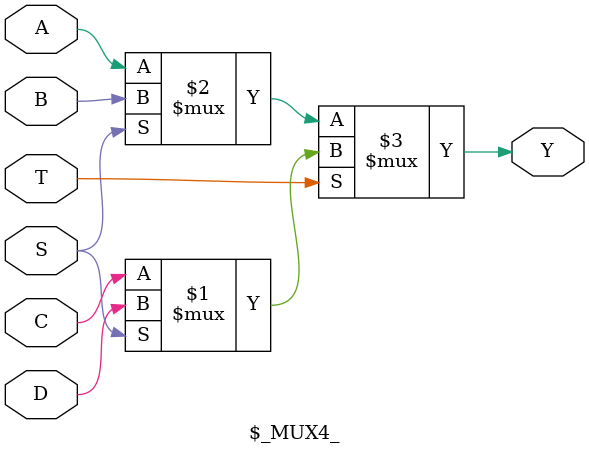
<source format=v>
module \$_MUX4_ (A, B, C, D, S, T, Y);
input A, B, C, D, S, T;
output Y;
assign Y = T ? (S ? D : C) :
               (S ? B : A);
endmodule
</source>
